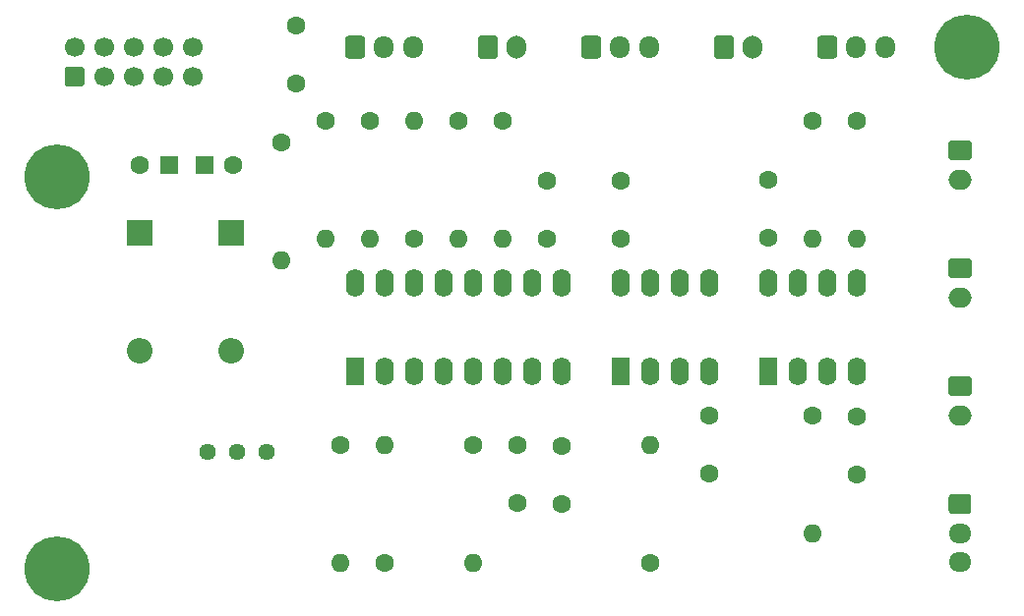
<source format=gbr>
%TF.GenerationSoftware,KiCad,Pcbnew,(5.1.9)-1*%
%TF.CreationDate,2021-01-05T22:41:02+01:00*%
%TF.ProjectId,AS3340,41533333-3430-42e6-9b69-6361645f7063,rev?*%
%TF.SameCoordinates,Original*%
%TF.FileFunction,Soldermask,Top*%
%TF.FilePolarity,Negative*%
%FSLAX46Y46*%
G04 Gerber Fmt 4.6, Leading zero omitted, Abs format (unit mm)*
G04 Created by KiCad (PCBNEW (5.1.9)-1) date 2021-01-05 22:41:02*
%MOMM*%
%LPD*%
G01*
G04 APERTURE LIST*
%ADD10C,5.600000*%
%ADD11O,1.950000X1.700000*%
%ADD12C,1.600000*%
%ADD13C,1.700000*%
%ADD14O,1.600000X2.400000*%
%ADD15R,1.600000X2.400000*%
%ADD16C,1.440000*%
%ADD17O,1.600000X1.600000*%
%ADD18O,1.700000X1.950000*%
%ADD19O,1.700000X2.000000*%
%ADD20O,2.000000X1.700000*%
%ADD21O,2.200000X2.200000*%
%ADD22R,2.200000X2.200000*%
%ADD23R,1.600000X1.600000*%
G04 APERTURE END LIST*
D10*
%TO.C,REF\u002A\u002A*%
X156845000Y-41910000D03*
%TD*%
%TO.C,REF\u002A\u002A*%
X78486000Y-86868000D03*
%TD*%
%TO.C,REF\u002A\u002A*%
X78486000Y-53086000D03*
%TD*%
D11*
%TO.C,J301*%
X156210000Y-86280000D03*
X156210000Y-83780000D03*
G36*
G01*
X155485000Y-80430000D02*
X156935000Y-80430000D01*
G75*
G02*
X157185000Y-80680000I0J-250000D01*
G01*
X157185000Y-81880000D01*
G75*
G02*
X156935000Y-82130000I-250000J0D01*
G01*
X155485000Y-82130000D01*
G75*
G02*
X155235000Y-81880000I0J250000D01*
G01*
X155235000Y-80680000D01*
G75*
G02*
X155485000Y-80430000I250000J0D01*
G01*
G37*
%TD*%
D12*
%TO.C,C302*%
X121920000Y-81280000D03*
X121920000Y-76280000D03*
%TD*%
%TO.C,C301*%
X118110000Y-81200000D03*
X118110000Y-76200000D03*
%TD*%
D13*
%TO.C,J901*%
X90170000Y-41910000D03*
X87630000Y-41910000D03*
X85090000Y-41910000D03*
X82550000Y-41910000D03*
X80010000Y-41910000D03*
X90170000Y-44450000D03*
X87630000Y-44450000D03*
X85090000Y-44450000D03*
X82550000Y-44450000D03*
G36*
G01*
X80610000Y-45300000D02*
X79410000Y-45300000D01*
G75*
G02*
X79160000Y-45050000I0J250000D01*
G01*
X79160000Y-43850000D01*
G75*
G02*
X79410000Y-43600000I250000J0D01*
G01*
X80610000Y-43600000D01*
G75*
G02*
X80860000Y-43850000I0J-250000D01*
G01*
X80860000Y-45050000D01*
G75*
G02*
X80610000Y-45300000I-250000J0D01*
G01*
G37*
%TD*%
D14*
%TO.C,U101*%
X139700000Y-62230000D03*
X147320000Y-69850000D03*
X142240000Y-62230000D03*
X144780000Y-69850000D03*
X144780000Y-62230000D03*
X142240000Y-69850000D03*
X147320000Y-62230000D03*
D15*
X139700000Y-69850000D03*
%TD*%
D14*
%TO.C,U2*%
X127000000Y-62230000D03*
X134620000Y-69850000D03*
X129540000Y-62230000D03*
X132080000Y-69850000D03*
X132080000Y-62230000D03*
X129540000Y-69850000D03*
X134620000Y-62230000D03*
D15*
X127000000Y-69850000D03*
%TD*%
D14*
%TO.C,U1*%
X104140000Y-62230000D03*
X121920000Y-69850000D03*
X106680000Y-62230000D03*
X119380000Y-69850000D03*
X109220000Y-62230000D03*
X116840000Y-69850000D03*
X111760000Y-62230000D03*
X114300000Y-69850000D03*
X114300000Y-62230000D03*
X111760000Y-69850000D03*
X116840000Y-62230000D03*
X109220000Y-69850000D03*
X119380000Y-62230000D03*
X106680000Y-69850000D03*
X121920000Y-62230000D03*
D15*
X104140000Y-69850000D03*
%TD*%
D16*
%TO.C,RV1*%
X91440000Y-76835000D03*
X93980000Y-76835000D03*
X96520000Y-76835000D03*
%TD*%
D17*
%TO.C,R201*%
X147320000Y-58420000D03*
D12*
X147320000Y-48260000D03*
%TD*%
D17*
%TO.C,R103*%
X114300000Y-86360000D03*
D12*
X114300000Y-76200000D03*
%TD*%
D17*
%TO.C,R102*%
X143510000Y-58420000D03*
D12*
X143510000Y-48260000D03*
%TD*%
D17*
%TO.C,R101*%
X143510000Y-83820000D03*
D12*
X143510000Y-73660000D03*
%TD*%
D17*
%TO.C,R9*%
X101600000Y-58420000D03*
D12*
X101600000Y-48260000D03*
%TD*%
D17*
%TO.C,R8*%
X105410000Y-58420000D03*
D12*
X105410000Y-48260000D03*
%TD*%
D17*
%TO.C,R7*%
X97790000Y-60325000D03*
D12*
X97790000Y-50165000D03*
%TD*%
D17*
%TO.C,R6*%
X129540000Y-76200000D03*
D12*
X129540000Y-86360000D03*
%TD*%
D17*
%TO.C,R5*%
X109220000Y-48260000D03*
D12*
X109220000Y-58420000D03*
%TD*%
D17*
%TO.C,R4*%
X116840000Y-58420000D03*
D12*
X116840000Y-48260000D03*
%TD*%
D17*
%TO.C,R3*%
X113030000Y-58420000D03*
D12*
X113030000Y-48260000D03*
%TD*%
D17*
%TO.C,R2*%
X106680000Y-76200000D03*
D12*
X106680000Y-86360000D03*
%TD*%
D17*
%TO.C,R1*%
X102870000Y-86360000D03*
D12*
X102870000Y-76200000D03*
%TD*%
D18*
%TO.C,J202*%
X149780000Y-41910000D03*
X147280000Y-41910000D03*
G36*
G01*
X143930000Y-42635000D02*
X143930000Y-41185000D01*
G75*
G02*
X144180000Y-40935000I250000J0D01*
G01*
X145380000Y-40935000D01*
G75*
G02*
X145630000Y-41185000I0J-250000D01*
G01*
X145630000Y-42635000D01*
G75*
G02*
X145380000Y-42885000I-250000J0D01*
G01*
X144180000Y-42885000D01*
G75*
G02*
X143930000Y-42635000I0J250000D01*
G01*
G37*
%TD*%
D19*
%TO.C,J201*%
X138390000Y-41910000D03*
G36*
G01*
X135040000Y-42660000D02*
X135040000Y-41160000D01*
G75*
G02*
X135290000Y-40910000I250000J0D01*
G01*
X136490000Y-40910000D01*
G75*
G02*
X136740000Y-41160000I0J-250000D01*
G01*
X136740000Y-42660000D01*
G75*
G02*
X136490000Y-42910000I-250000J0D01*
G01*
X135290000Y-42910000D01*
G75*
G02*
X135040000Y-42660000I0J250000D01*
G01*
G37*
%TD*%
D18*
%TO.C,J102*%
X129460000Y-41910000D03*
X126960000Y-41910000D03*
G36*
G01*
X123610000Y-42635000D02*
X123610000Y-41185000D01*
G75*
G02*
X123860000Y-40935000I250000J0D01*
G01*
X125060000Y-40935000D01*
G75*
G02*
X125310000Y-41185000I0J-250000D01*
G01*
X125310000Y-42635000D01*
G75*
G02*
X125060000Y-42885000I-250000J0D01*
G01*
X123860000Y-42885000D01*
G75*
G02*
X123610000Y-42635000I0J250000D01*
G01*
G37*
%TD*%
D20*
%TO.C,J101*%
X156210000Y-73620000D03*
G36*
G01*
X155460000Y-70270000D02*
X156960000Y-70270000D01*
G75*
G02*
X157210000Y-70520000I0J-250000D01*
G01*
X157210000Y-71720000D01*
G75*
G02*
X156960000Y-71970000I-250000J0D01*
G01*
X155460000Y-71970000D01*
G75*
G02*
X155210000Y-71720000I0J250000D01*
G01*
X155210000Y-70520000D01*
G75*
G02*
X155460000Y-70270000I250000J0D01*
G01*
G37*
%TD*%
D18*
%TO.C,J4*%
X109140000Y-41910000D03*
X106640000Y-41910000D03*
G36*
G01*
X103290000Y-42635000D02*
X103290000Y-41185000D01*
G75*
G02*
X103540000Y-40935000I250000J0D01*
G01*
X104740000Y-40935000D01*
G75*
G02*
X104990000Y-41185000I0J-250000D01*
G01*
X104990000Y-42635000D01*
G75*
G02*
X104740000Y-42885000I-250000J0D01*
G01*
X103540000Y-42885000D01*
G75*
G02*
X103290000Y-42635000I0J250000D01*
G01*
G37*
%TD*%
D19*
%TO.C,J3*%
X118070000Y-41910000D03*
G36*
G01*
X114720000Y-42660000D02*
X114720000Y-41160000D01*
G75*
G02*
X114970000Y-40910000I250000J0D01*
G01*
X116170000Y-40910000D01*
G75*
G02*
X116420000Y-41160000I0J-250000D01*
G01*
X116420000Y-42660000D01*
G75*
G02*
X116170000Y-42910000I-250000J0D01*
G01*
X114970000Y-42910000D01*
G75*
G02*
X114720000Y-42660000I0J250000D01*
G01*
G37*
%TD*%
D20*
%TO.C,J2*%
X156210000Y-53300000D03*
G36*
G01*
X155460000Y-49950000D02*
X156960000Y-49950000D01*
G75*
G02*
X157210000Y-50200000I0J-250000D01*
G01*
X157210000Y-51400000D01*
G75*
G02*
X156960000Y-51650000I-250000J0D01*
G01*
X155460000Y-51650000D01*
G75*
G02*
X155210000Y-51400000I0J250000D01*
G01*
X155210000Y-50200000D01*
G75*
G02*
X155460000Y-49950000I250000J0D01*
G01*
G37*
%TD*%
%TO.C,J1*%
X156210000Y-63460000D03*
G36*
G01*
X155460000Y-60110000D02*
X156960000Y-60110000D01*
G75*
G02*
X157210000Y-60360000I0J-250000D01*
G01*
X157210000Y-61560000D01*
G75*
G02*
X156960000Y-61810000I-250000J0D01*
G01*
X155460000Y-61810000D01*
G75*
G02*
X155210000Y-61560000I0J250000D01*
G01*
X155210000Y-60360000D01*
G75*
G02*
X155460000Y-60110000I250000J0D01*
G01*
G37*
%TD*%
D21*
%TO.C,D902*%
X85598000Y-68072000D03*
D22*
X85598000Y-57912000D03*
%TD*%
D21*
%TO.C,D901*%
X93472000Y-68072000D03*
D22*
X93472000Y-57912000D03*
%TD*%
D12*
%TO.C,C902*%
X85638000Y-52070000D03*
D23*
X88138000Y-52070000D03*
%TD*%
D12*
%TO.C,C901*%
X93686000Y-52070000D03*
D23*
X91186000Y-52070000D03*
%TD*%
D12*
%TO.C,C102*%
X147320000Y-73740000D03*
X147320000Y-78740000D03*
%TD*%
%TO.C,C101*%
X139700000Y-58340000D03*
X139700000Y-53340000D03*
%TD*%
%TO.C,C4*%
X134620000Y-73660000D03*
X134620000Y-78660000D03*
%TD*%
%TO.C,C3*%
X127000000Y-58420000D03*
X127000000Y-53420000D03*
%TD*%
%TO.C,C2*%
X120650000Y-53420000D03*
X120650000Y-58420000D03*
%TD*%
%TO.C,C1*%
X99060000Y-40085000D03*
X99060000Y-45085000D03*
%TD*%
M02*

</source>
